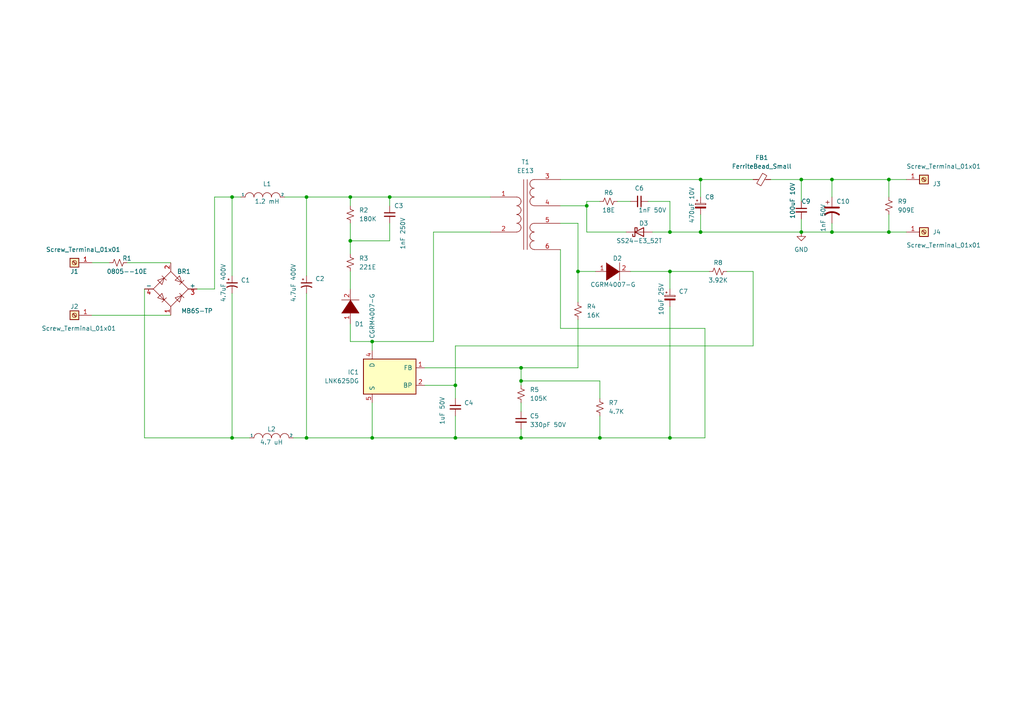
<source format=kicad_sch>
(kicad_sch (version 20211123) (generator eeschema)
  (paper "A4")
  (lib_symbols
    (symbol "Connector:Screw_Terminal_01x01" (pin_names (offset 1.016) hide)
      (property "Reference" "J" (at 0 2.54 0))
      (property "Value" "Screw_Terminal_01x01" (at 0 -2.54 0))
      (symbol "Screw_Terminal_01x01_1_1"
        (rectangle (start -1.27 1.27) (end 1.27 -1.27) (stroke (width 0.254)) (fill (type background)))
        (polyline (pts (xy -0.5334 0.3302) (xy 0.3302 -0.508)) (stroke (width 0.1524)))
        (polyline (pts (xy -0.3556 0.508) (xy 0.508 -0.3302)) (stroke (width 0.1524)))
        (circle (center 0 0) (radius 0.635) (stroke (width 0.1524)))
        (pin passive line (at -5.08 0 0) (length 3.81) (name "Pin_1") (number "1"))
      )
    )
    (symbol "Device:C_Polarized_Small" (pin_numbers hide) (pin_names (offset 0.254) hide)
      (property "Reference" "C" (at 0.254 1.778 0))
      (property "Value" "C_Polarized_Small" (at 0.254 -2.032 0))
      (symbol "C_Polarized_Small_0_1"
        (rectangle (start -1.524 -0.3048) (end 1.524 -0.6858) (fill (type outline)))
        (rectangle (start -1.524 0.6858) (end 1.524 0.3048))
        (polyline (pts (xy -1.27 1.524) (xy -0.762 1.524)))
        (polyline (pts (xy -1.016 1.27) (xy -1.016 1.778)))
      )
      (symbol "C_Polarized_Small_1_1"
        (pin passive line (at 0 2.54 270) (length 1.8542) (name "~") (number "1"))
        (pin passive line (at 0 -2.54 90) (length 1.8542) (name "~") (number "2"))
      )
    )
    (symbol "Device:C_Polarized_Small_US" (pin_numbers hide) (pin_names (offset 0.254) hide)
      (property "Reference" "C" (at 0.254 1.778 0))
      (property "Value" "C_Polarized_Small_US" (at 0.254 -2.032 0))
      (symbol "C_Polarized_Small_US_0_1"
        (polyline (pts (xy -1.524 0.508) (xy 1.524 0.508)) (stroke (width 0.3048)))
        (polyline (pts (xy -1.27 1.524) (xy -0.762 1.524)))
        (polyline (pts (xy -1.016 1.27) (xy -1.016 1.778)))
        (arc (start 1.524 -0.762) (mid 0 -0.3734) (end -1.524 -0.762) (stroke (width 0.3048)))
      )
      (symbol "C_Polarized_Small_US_1_1"
        (pin passive line (at 0 2.54 270) (length 2.032) (name "~") (number "1"))
        (pin passive line (at 0 -2.54 90) (length 2.032) (name "~") (number "2"))
      )
    )
    (symbol "Device:C_Polarized_US" (pin_numbers hide) (pin_names (offset 0.254) hide)
      (property "Reference" "C" (at 0.635 2.54 0))
      (property "Value" "C_Polarized_US" (at 0.635 -2.54 0))
      (symbol "C_Polarized_US_0_1"
        (polyline (pts (xy -2.032 0.762) (xy 2.032 0.762)) (stroke (width 0.508)))
        (polyline (pts (xy -1.778 2.286) (xy -0.762 2.286)))
        (polyline (pts (xy -1.27 1.778) (xy -1.27 2.794)))
        (arc (start 2.032 -1.27) (mid 0 -0.5572) (end -2.032 -1.27) (stroke (width 0.508)))
      )
      (symbol "C_Polarized_US_1_1"
        (pin passive line (at 0 3.81 270) (length 2.794) (name "~") (number "1"))
        (pin passive line (at 0 -3.81 90) (length 3.302) (name "~") (number "2"))
      )
    )
    (symbol "Device:C_Small" (pin_numbers hide) (pin_names (offset 0.254) hide)
      (property "Reference" "C" (at 0.254 1.778 0))
      (property "Value" "C_Small" (at 0.254 -2.032 0))
      (symbol "C_Small_0_1"
        (polyline (pts (xy -1.524 -0.508) (xy 1.524 -0.508)) (stroke (width 0.3302)))
        (polyline (pts (xy -1.524 0.508) (xy 1.524 0.508)) (stroke (width 0.3048)))
      )
      (symbol "C_Small_1_1"
        (pin passive line (at 0 2.54 270) (length 2.032) (name "~") (number "1"))
        (pin passive line (at 0 -2.54 90) (length 2.032) (name "~") (number "2"))
      )
    )
    (symbol "Device:D_Schottky" (pin_numbers hide) (pin_names (offset 1.016) hide)
      (property "Reference" "D" (at 0 2.54 0))
      (property "Value" "D_Schottky" (at 0 -2.54 0))
      (symbol "D_Schottky_0_1"
        (polyline (pts (xy 1.27 0) (xy -1.27 0)))
        (polyline (pts (xy 1.27 1.27) (xy 1.27 -1.27) (xy -1.27 0) (xy 1.27 1.27)) (stroke (width 0.254)))
        (polyline (pts (xy -1.905 0.635) (xy -1.905 1.27) (xy -1.27 1.27) (xy -1.27 -1.27) (xy -0.635 -1.27) (xy -0.635 -0.635)) (stroke (width 0.254)))
      )
      (symbol "D_Schottky_1_1"
        (pin passive line (at -3.81 0 0) (length 2.54) (name "K") (number "1"))
        (pin passive line (at 3.81 0 180) (length 2.54) (name "A") (number "2"))
      )
    )
    (symbol "Device:FerriteBead_Small" (pin_numbers hide) (pin_names (offset 0))
      (property "Reference" "FB" (at 1.905 1.27 0))
      (property "Value" "FerriteBead_Small" (at 1.905 -1.27 0))
      (symbol "FerriteBead_Small_0_1"
        (polyline (pts (xy 0 -1.27) (xy 0 -0.7874)))
        (polyline (pts (xy 0 0.889) (xy 0 1.2954)))
        (polyline (pts (xy -1.8288 0.2794) (xy -1.1176 1.4986) (xy 1.8288 -0.2032) (xy 1.1176 -1.4224) (xy -1.8288 0.2794)))
      )
      (symbol "FerriteBead_Small_1_1"
        (pin passive line (at 0 2.54 270) (length 1.27) (name "~") (number "1"))
        (pin passive line (at 0 -2.54 90) (length 1.27) (name "~") (number "2"))
      )
    )
    (symbol "Device:R_Small_US" (pin_numbers hide) (pin_names (offset 0.254) hide)
      (property "Reference" "R" (at 0.762 0.508 0))
      (property "Value" "R_Small_US" (at 0.762 -1.016 0))
      (symbol "R_Small_US_1_1"
        (polyline (pts (xy 0 0) (xy 1.016 -0.381) (xy 0 -0.762) (xy -1.016 -1.143) (xy 0 -1.524)))
        (polyline (pts (xy 0 1.524) (xy 1.016 1.143) (xy 0 0.762) (xy -1.016 0.381) (xy 0 0)))
        (pin passive line (at 0 2.54 270) (length 1.016) (name "~") (number "1"))
        (pin passive line (at 0 -2.54 90) (length 1.016) (name "~") (number "2"))
      )
    )
    (symbol "Device:Transformer_1P_2S" (pin_names (offset 1.016) hide)
      (property "Reference" "T" (at 0 12.7 0))
      (property "Value" "Transformer_1P_2S" (at 0 -12.7 0))
      (symbol "Transformer_1P_2S_0_1"
        (arc (start -2.54 -5.0546) (mid -1.6599 -4.6901) (end -1.27 -3.81))
        (arc (start -2.54 -2.5146) (mid -1.6599 -2.1501) (end -1.27 -1.27))
        (arc (start -2.54 0.0254) (mid -1.6599 0.3899) (end -1.27 1.27))
        (arc (start -2.54 2.5654) (mid -1.6599 2.9299) (end -1.27 3.81))
        (arc (start -1.27 -3.81) (mid -1.642 -2.912) (end -2.54 -2.54))
        (arc (start -1.27 -1.27) (mid -1.642 -0.372) (end -2.54 0))
        (arc (start -1.27 1.27) (mid -1.642 2.168) (end -2.54 2.54))
        (arc (start -1.27 3.81) (mid -1.642 4.708) (end -2.54 5.08))
        (polyline (pts (xy -0.508 -10.16) (xy -0.508 10.16)))
        (polyline (pts (xy 0.508 10.16) (xy 0.508 -10.16)))
        (arc (start 1.2954 -8.89) (mid 1.6599 -9.7701) (end 2.54 -10.1346))
        (arc (start 1.2954 -6.35) (mid 1.6599 -7.2301) (end 2.54 -7.5946))
        (arc (start 1.2954 -3.81) (mid 1.6599 -4.6901) (end 2.54 -5.0546))
        (arc (start 1.2954 3.81) (mid 1.6599 2.9299) (end 2.54 2.5654))
        (arc (start 1.2954 6.35) (mid 1.6599 5.4699) (end 2.54 5.1054))
        (arc (start 1.2954 8.89) (mid 1.6599 8.0099) (end 2.54 7.6454))
        (arc (start 2.54 -7.62) (mid 1.642 -7.992) (end 1.2954 -8.89))
        (arc (start 2.54 -5.08) (mid 1.642 -5.452) (end 1.2954 -6.35))
        (arc (start 2.54 -2.54) (mid 1.642 -2.912) (end 1.2954 -3.81))
        (arc (start 2.54 5.08) (mid 1.642 4.708) (end 1.2954 3.81))
        (arc (start 2.54 7.62) (mid 1.642 7.248) (end 1.2954 6.35))
        (arc (start 2.54 10.16) (mid 1.642 9.788) (end 1.2954 8.89))
      )
      (symbol "Transformer_1P_2S_1_1"
        (pin passive line (at -10.16 5.08 0) (length 7.62) (name "AA") (number "1"))
        (pin passive line (at -10.16 -5.08 0) (length 7.62) (name "AB") (number "2"))
        (pin passive line (at 10.16 10.16 180) (length 7.62) (name "SA") (number "3"))
        (pin passive line (at 10.16 2.54 180) (length 7.62) (name "SB") (number "4"))
        (pin passive line (at 10.16 -2.54 180) (length 7.62) (name "SC") (number "5"))
        (pin passive line (at 10.16 -10.16 180) (length 7.62) (name "SD") (number "6"))
      )
    )
    (symbol "Diode_Bridge:MB6S" (pin_names (offset 0))
      (property "Reference" "D" (at 2.54 6.985 0))
      (property "Value" "MB6S" (at 2.54 5.08 0))
      (symbol "MB6S_0_1"
        (polyline (pts (xy -2.54 3.81) (xy -1.27 2.54)))
        (polyline (pts (xy -1.27 -2.54) (xy -2.54 -3.81)))
        (polyline (pts (xy 2.54 -1.27) (xy 3.81 -2.54)))
        (polyline (pts (xy 2.54 1.27) (xy 3.81 2.54)))
        (polyline (pts (xy -3.81 2.54) (xy -2.54 1.27) (xy -1.905 3.175) (xy -3.81 2.54)))
        (polyline (pts (xy -2.54 -1.27) (xy -3.81 -2.54) (xy -1.905 -3.175) (xy -2.54 -1.27)))
        (polyline (pts (xy 1.27 2.54) (xy 2.54 3.81) (xy 3.175 1.905) (xy 1.27 2.54)))
        (polyline (pts (xy 3.175 -1.905) (xy 1.27 -2.54) (xy 2.54 -3.81) (xy 3.175 -1.905)))
        (polyline (pts (xy -5.08 0) (xy 0 -5.08) (xy 5.08 0) (xy 0 5.08) (xy -5.08 0)))
      )
      (symbol "MB6S_1_1"
        (pin passive line (at 0 -7.62 90) (length 2.54) (name "~") (number "1"))
        (pin passive line (at 0 7.62 270) (length 2.54) (name "~") (number "2"))
        (pin passive line (at 7.62 0 180) (length 2.54) (name "+") (number "3"))
        (pin passive line (at -7.62 0 0) (length 2.54) (name "-") (number "4"))
      )
    )
    (symbol "Regulator_Switching:LNK625DG" (pin_names (offset 1.016))
      (property "Reference" "U" (at 0 8.89 0))
      (property "Value" "LNK625DG" (at 0 6.35 0))
      (symbol "LNK625DG_0_1"
        (rectangle (start -7.62 5.08) (end 7.62 -5.08) (stroke (width 0.254)) (fill (type background)))
      )
      (symbol "LNK625DG_1_1"
        (pin input line (at 10.16 2.54 180) (length 2.54) (name "FB") (number "1"))
        (pin input line (at 10.16 -2.54 180) (length 2.54) (name "BP") (number "2"))
        (pin open_collector line (at -5.08 7.62 270) (length 2.54) (name "D") (number "4"))
        (pin power_in line (at -5.08 -7.62 90) (length 2.54) (name "S") (number "5"))
        (pin passive line (at -5.08 -7.62 90) (length 2.54) hide (name "S") (number "6"))
        (pin passive line (at -5.08 -7.62 90) (length 2.54) hide (name "S") (number "7"))
        (pin passive line (at -5.08 -7.62 90) (length 2.54) hide (name "S") (number "8"))
      )
    )
    (symbol "power:GND" (power) (pin_names (offset 0))
      (property "Value" "GND" (at 0 -3.81 0))
      (symbol "GND_0_1"
        (polyline (pts (xy 0 0) (xy 0 -1.27) (xy 1.27 -1.27) (xy 0 -2.54) (xy -1.27 -1.27) (xy 0 -1.27)))
      )
      (symbol "GND_1_1"
        (pin power_in line (at 0 0 270) (length 0) hide (name "GND") (number "1"))
      )
    )
    (symbol "pspice:DIODE" (pin_names (offset 1.016) hide)
      (property "Reference" "D" (at 0 3.81 0))
      (property "Value" "DIODE" (at 0 -4.445 0))
      (symbol "DIODE_0_1"
        (polyline (pts (xy 1.905 2.54) (xy 1.905 -2.54)))
        (polyline (pts (xy -1.905 2.54) (xy -1.905 -2.54) (xy 1.905 0)) (fill (type outline)))
      )
      (symbol "DIODE_1_1"
        (pin input line (at -5.08 0 0) (length 3.81) (name "K") (number "1"))
        (pin input line (at 5.08 0 180) (length 3.81) (name "A") (number "2"))
      )
    )
    (symbol "pspice:INDUCTOR" (pin_numbers hide) (pin_names (offset 0))
      (property "Reference" "L" (at 0 2.54 0))
      (property "Value" "INDUCTOR" (at 0 -1.27 0))
      (symbol "INDUCTOR_0_1"
        (arc (start -2.54 0) (mid -3.81 1.27) (end -5.08 0))
        (arc (start 0 0) (mid -1.27 1.27) (end -2.54 0))
        (arc (start 2.54 0) (mid 1.27 1.27) (end 0 0))
        (arc (start 5.08 0) (mid 3.81 1.27) (end 2.54 0))
      )
      (symbol "INDUCTOR_1_1"
        (pin input line (at -6.35 0 0) (length 1.27) (name "1") (number "1"))
        (pin input line (at 6.35 0 180) (length 1.27) (name "2") (number "2"))
      )
    )
  )
  (junction (at 170.18 59.69))
  (junction (at 88.9 57.15))
  (junction (at 88.9 127))
  (junction (at 101.6 69.85))
  (junction (at 132.08 127))
  (junction (at 151.13 106.68))
  (junction (at 232.41 67.31))
  (junction (at 101.6 57.15))
  (junction (at 194.31 78.74))
  (junction (at 67.31 127))
  (junction (at 257.81 67.31))
  (junction (at 173.99 127))
  (junction (at 194.31 67.31))
  (junction (at 167.64 78.74))
  (junction (at 151.13 110.49))
  (junction (at 107.95 99.06))
  (junction (at 241.3 67.31))
  (junction (at 257.81 52.07))
  (junction (at 107.95 127))
  (junction (at 194.31 127))
  (junction (at 203.2 52.07))
  (junction (at 241.3 52.07))
  (junction (at 67.31 57.15))
  (junction (at 113.03 57.15))
  (junction (at 232.41 52.07))
  (junction (at 151.13 127))
  (junction (at 203.2 67.31))
  (junction (at 132.08 111.76))
  (wire (pts (xy 203.2 52.07) (xy 203.2 57.15)))
  (wire (pts (xy 194.31 58.42) (xy 194.31 67.31)))
  (wire (pts (xy 173.99 110.49) (xy 173.99 115.57)))
  (wire (pts (xy 203.2 62.23) (xy 203.2 67.31)))
  (wire (pts (xy 241.3 52.07) (xy 257.81 52.07)))
  (wire (pts (xy 232.41 67.31) (xy 203.2 67.31)))
  (wire (pts (xy 167.64 64.77) (xy 167.64 78.74)))
  (wire (pts (xy 88.9 57.15) (xy 88.9 80.01)))
  (wire (pts (xy 167.64 78.74) (xy 172.72 78.74)))
  (wire (pts (xy 257.81 52.07) (xy 257.81 57.15)))
  (wire (pts (xy 151.13 124.46) (xy 151.13 127)))
  (wire (pts (xy 57.15 83.82) (xy 62.23 83.82)))
  (wire (pts (xy 26.67 91.44) (xy 49.53 91.44)))
  (wire (pts (xy 194.31 78.74) (xy 205.74 78.74)))
  (wire (pts (xy 88.9 57.15) (xy 101.6 57.15)))
  (wire (pts (xy 41.91 127) (xy 67.31 127)))
  (wire (pts (xy 101.6 93.98) (xy 101.6 99.06)))
  (wire (pts (xy 162.56 52.07) (xy 203.2 52.07)))
  (wire (pts (xy 167.64 106.68) (xy 151.13 106.68)))
  (wire (pts (xy 41.91 83.82) (xy 41.91 127)))
  (wire (pts (xy 179.07 58.42) (xy 182.88 58.42)))
  (wire (pts (xy 187.96 58.42) (xy 194.31 58.42)))
  (wire (pts (xy 125.73 67.31) (xy 142.24 67.31)))
  (wire (pts (xy 162.56 72.39) (xy 162.56 95.25)))
  (wire (pts (xy 67.31 57.15) (xy 69.85 57.15)))
  (wire (pts (xy 257.81 62.23) (xy 257.81 67.31)))
  (wire (pts (xy 132.08 127) (xy 151.13 127)))
  (wire (pts (xy 151.13 116.84) (xy 151.13 119.38)))
  (wire (pts (xy 67.31 85.09) (xy 67.31 127)))
  (wire (pts (xy 218.44 78.74) (xy 218.44 100.33)))
  (wire (pts (xy 132.08 127) (xy 132.08 120.65)))
  (wire (pts (xy 26.67 76.2) (xy 31.75 76.2)))
  (wire (pts (xy 67.31 57.15) (xy 67.31 80.01)))
  (wire (pts (xy 203.2 52.07) (xy 218.44 52.07)))
  (wire (pts (xy 194.31 127) (xy 204.47 127)))
  (wire (pts (xy 210.82 78.74) (xy 218.44 78.74)))
  (wire (pts (xy 125.73 99.06) (xy 125.73 67.31)))
  (wire (pts (xy 107.95 99.06) (xy 125.73 99.06)))
  (wire (pts (xy 162.56 95.25) (xy 204.47 95.25)))
  (wire (pts (xy 88.9 85.09) (xy 88.9 127)))
  (wire (pts (xy 82.55 57.15) (xy 88.9 57.15)))
  (wire (pts (xy 132.08 100.33) (xy 132.08 111.76)))
  (wire (pts (xy 107.95 99.06) (xy 107.95 101.6)))
  (wire (pts (xy 162.56 59.69) (xy 170.18 59.69)))
  (wire (pts (xy 232.41 63.5) (xy 232.41 67.31)))
  (wire (pts (xy 167.64 78.74) (xy 167.64 87.63)))
  (wire (pts (xy 88.9 127) (xy 107.95 127)))
  (wire (pts (xy 62.23 83.82) (xy 62.23 57.15)))
  (wire (pts (xy 173.99 120.65) (xy 173.99 127)))
  (wire (pts (xy 170.18 58.42) (xy 170.18 59.69)))
  (wire (pts (xy 232.41 52.07) (xy 232.41 58.42)))
  (wire (pts (xy 167.64 92.71) (xy 167.64 106.68)))
  (wire (pts (xy 101.6 69.85) (xy 101.6 73.66)))
  (wire (pts (xy 204.47 95.25) (xy 204.47 127)))
  (wire (pts (xy 36.83 76.2) (xy 49.53 76.2)))
  (wire (pts (xy 113.03 69.85) (xy 101.6 69.85)))
  (wire (pts (xy 241.3 67.31) (xy 257.81 67.31)))
  (wire (pts (xy 101.6 64.77) (xy 101.6 69.85)))
  (wire (pts (xy 151.13 110.49) (xy 151.13 111.76)))
  (wire (pts (xy 151.13 106.68) (xy 123.19 106.68)))
  (wire (pts (xy 170.18 58.42) (xy 173.99 58.42)))
  (wire (pts (xy 241.3 67.31) (xy 232.41 67.31)))
  (wire (pts (xy 101.6 57.15) (xy 101.6 59.69)))
  (wire (pts (xy 151.13 127) (xy 173.99 127)))
  (wire (pts (xy 223.52 52.07) (xy 232.41 52.07)))
  (wire (pts (xy 101.6 99.06) (xy 107.95 99.06)))
  (wire (pts (xy 101.6 57.15) (xy 113.03 57.15)))
  (wire (pts (xy 194.31 88.9) (xy 194.31 127)))
  (wire (pts (xy 203.2 67.31) (xy 194.31 67.31)))
  (wire (pts (xy 132.08 111.76) (xy 132.08 115.57)))
  (wire (pts (xy 123.19 111.76) (xy 132.08 111.76)))
  (wire (pts (xy 194.31 78.74) (xy 194.31 83.82)))
  (wire (pts (xy 113.03 64.77) (xy 113.03 69.85)))
  (wire (pts (xy 107.95 116.84) (xy 107.95 127)))
  (wire (pts (xy 257.81 52.07) (xy 262.89 52.07)))
  (wire (pts (xy 101.6 78.74) (xy 101.6 83.82)))
  (wire (pts (xy 194.31 67.31) (xy 189.23 67.31)))
  (wire (pts (xy 62.23 57.15) (xy 67.31 57.15)))
  (wire (pts (xy 182.88 78.74) (xy 194.31 78.74)))
  (wire (pts (xy 218.44 100.33) (xy 132.08 100.33)))
  (wire (pts (xy 85.09 127) (xy 88.9 127)))
  (wire (pts (xy 181.61 67.31) (xy 170.18 67.31)))
  (wire (pts (xy 241.3 52.07) (xy 241.3 57.15)))
  (wire (pts (xy 67.31 127) (xy 72.39 127)))
  (wire (pts (xy 107.95 127) (xy 132.08 127)))
  (wire (pts (xy 113.03 57.15) (xy 113.03 59.69)))
  (wire (pts (xy 170.18 59.69) (xy 170.18 67.31)))
  (wire (pts (xy 241.3 64.77) (xy 241.3 67.31)))
  (wire (pts (xy 113.03 57.15) (xy 142.24 57.15)))
  (wire (pts (xy 151.13 106.68) (xy 151.13 110.49)))
  (wire (pts (xy 173.99 127) (xy 194.31 127)))
  (wire (pts (xy 162.56 64.77) (xy 167.64 64.77)))
  (wire (pts (xy 232.41 52.07) (xy 241.3 52.07)))
  (wire (pts (xy 257.81 67.31) (xy 262.89 67.31)))
  (wire (pts (xy 151.13 110.49) (xy 173.99 110.49)))
  (symbol (lib_id "Device:R_Small_US") (at 173.99 118.11 0) (unit 1)
    (property "Reference" "R7" (at 176.53 116.8399 0) (effects (justify left)))
    (property "Value" "4.7K" (at 176.53 119.3799 0) (effects (justify left)))
    (property "Footprint" "Resistor_SMD:R_0815_2038Metric" (effects hide))
  )
  (symbol (lib_id "Connector:Screw_Terminal_01x01") (at 267.97 52.07 0) (unit 1)
    (property "Reference" "J3" (at 270.51 53.34 0) (effects (justify left)))
    (property "Value" "Screw_Terminal_01x01" (at 262.89 48.26 0) (effects (justify left)))
    (property "Footprint" "TerminalBlock_MetzConnect:TerminalBlock_MetzConnect_360272_1x01_Horizontal_ScrewM2.6" (effects hide))
  )
  (symbol (lib_id "Device:R_Small_US") (at 34.29 76.2 90) (unit 1)
    (property "Reference" "R1" (at 36.83 74.93 90))
    (property "Value" "0805--10E" (at 36.83 78.74 90))
    (property "Footprint" "Resistor_SMD:R_0805_2012Metric_Pad1.20x1.40mm_HandSolder" (effects hide))
  )
  (symbol (lib_id "Device:C_Small") (at 151.13 121.92 0) (unit 1)
    (property "Reference" "C5" (at 153.67 120.6562 0) (effects (justify left)))
    (property "Value" "330pF 50V" (at 153.67 123.1962 0) (effects (justify left)))
    (property "Footprint" "Capacitor_THT:C_Radial_D8.0mm_H7.0mm_P3.50mm" (effects hide))
  )
  (symbol (lib_id "Connector:Screw_Terminal_01x01") (at 267.97 67.31 0) (unit 1)
    (property "Reference" "J4" (at 270.51 67.31 0) (effects (justify left)))
    (property "Value" "Screw_Terminal_01x01" (at 262.89 71.12 0) (effects (justify left)))
    (property "Footprint" "TerminalBlock_MetzConnect:TerminalBlock_MetzConnect_360272_1x01_Horizontal_ScrewM2.6" (effects hide))
  )
  (symbol (lib_id "pspice:DIODE") (at 177.8 78.74 0) (unit 1)
    (property "Reference" "D2" (at 179.07 74.93 0))
    (property "Value" "CGRM4007-G" (at 177.8 82.55 0))
    (property "Footprint" "Diode_SMD:D_MiniMELF" (effects hide))
  )
  (symbol (lib_id "Device:C_Small") (at 232.41 60.96 0) (unit 1)
    (property "Reference" "C9" (at 232.41 58.42 0) (effects (justify left)))
    (property "Value" "100uF 10V" (at 229.87 63.5 90) (effects (justify left)))
    (property "Footprint" "Capacitor_THT:C_Radial_D8.0mm_H7.0mm_P3.50mm" (effects hide))
  )
  (symbol (lib_id "Regulator_Switching:LNK625DG") (at 113.03 109.22 0) (unit 1)
    (property "Reference" "IC1" (at 104.14 107.9499 0) (effects (justify right)))
    (property "Value" "LNK625DG" (at 104.14 110.4899 0) (effects (justify right)))
    (property "Footprint" "Package_SO:PowerIntegrations_SO-8C" (effects hide))
    (property "Datasheet" "http://www.powerint.com/sites/default/files/product-docs/linkcv_family_datasheet.pdf" (effects hide))
  )
  (symbol (lib_id "Device:Transformer_1P_2S") (at 152.4 62.23 0) (unit 1)
    (property "Reference" "T1" (at 152.4 46.99 0))
    (property "Value" "EE13" (at 152.4 49.53 0))
    (property "Footprint" "Transformer_THT:Transformer_Wuerth_750343373" (effects hide))
  )
  (symbol (lib_id "Device:R_Small_US") (at 101.6 62.23 0) (unit 1)
    (property "Reference" "R2" (at 104.14 60.9599 0) (effects (justify left)))
    (property "Value" "180K" (at 104.14 63.4999 0) (effects (justify left)))
    (property "Footprint" "Resistor_SMD:R_0805_2012Metric" (effects hide))
  )
  (symbol (lib_id "Connector:Screw_Terminal_01x01") (at 21.59 76.2 180) (unit 1)
    (property "Reference" "J1" (at 21.59 78.74 0))
    (property "Value" "Screw_Terminal_01x01" (at 24.13 72.39 0))
    (property "Footprint" "TerminalBlock_MetzConnect:TerminalBlock_MetzConnect_360272_1x01_Horizontal_ScrewM2.6" (effects hide))
  )
  (symbol (lib_id "Device:C_Small") (at 113.03 62.23 0) (unit 1)
    (property "Reference" "C3" (at 114.3 59.69 0) (effects (justify left)))
    (property "Value" "1nF 250V" (at 116.84 72.39 90) (effects (justify left)))
    (property "Footprint" "Capacitor_THT:C_Radial_D8.0mm_H7.0mm_P3.50mm" (effects hide))
  )
  (symbol (lib_id "power:GND") (at 232.41 67.31 0) (unit 1)
    (property "Reference" "#PWR0101" (effects hide))
    (property "Value" "GND" (at 232.41 72.39 0))
  )
  (symbol (lib_id "Device:R_Small_US") (at 101.6 76.2 0) (unit 1)
    (property "Reference" "R3" (at 104.14 74.9299 0) (effects (justify left)))
    (property "Value" "221E" (at 104.14 77.4699 0) (effects (justify left)))
    (property "Footprint" "Resistor_SMD:R_0805_2012Metric" (effects hide))
  )
  (symbol (lib_id "Device:C_Polarized_US") (at 241.3 60.96 0) (unit 1)
    (property "Reference" "C10" (at 242.57 58.42 0) (effects (justify left)))
    (property "Value" "1nF 50V" (at 238.76 67.31 90) (effects (justify left)))
    (property "Footprint" "Capacitor_THT:CP_Radial_D8.0mm_P3.80mm" (effects hide))
  )
  (symbol (lib_id "Device:C_Polarized_Small_US") (at 67.31 82.55 0) (unit 1)
    (property "Reference" "C1" (at 69.85 81.28 0) (effects (justify left)))
    (property "Value" "4.7uF 400V" (at 64.77 87.63 90) (effects (justify left)))
    (property "Footprint" "Capacitor_THT:CP_Radial_D8.0mm_P3.80mm" (effects hide))
  )
  (symbol (lib_id "Device:FerriteBead_Small") (at 220.98 52.07 90) (unit 1)
    (property "Reference" "FB1" (at 220.9419 45.72 90))
    (property "Value" "FerriteBead_Small" (at 220.9419 48.26 90))
    (property "Footprint" "Inductor_SMD:L_0603_1608Metric" (effects hide))
  )
  (symbol (lib_id "Device:C_Polarized_Small") (at 194.31 86.36 0) (unit 1)
    (property "Reference" "C7" (at 196.85 84.5438 0) (effects (justify left)))
    (property "Value" "10uF 25V" (at 191.77 91.44 90) (effects (justify left)))
    (property "Footprint" "Capacitor_THT:CP_Radial_D8.0mm_P3.50mm" (effects hide))
  )
  (symbol (lib_id "Device:C_Small") (at 185.42 58.42 270) (unit 1)
    (property "Reference" "C6" (at 185.42 54.61 90))
    (property "Value" "1nF 50V" (at 189.23 60.96 90))
    (property "Footprint" "Capacitor_THT:C_Radial_D8.0mm_H7.0mm_P3.50mm" (effects hide))
  )
  (symbol (lib_id "Device:C_Polarized_Small_US") (at 88.9 82.55 0) (unit 1)
    (property "Reference" "C2" (at 91.44 80.8481 0) (effects (justify left)))
    (property "Value" "4.7uF 400V" (at 85.09 87.63 90) (effects (justify left)))
    (property "Footprint" "Capacitor_THT:CP_Radial_D8.0mm_P3.50mm" (effects hide))
  )
  (symbol (lib_id "pspice:INDUCTOR") (at 76.2 57.15 0) (unit 1)
    (property "Reference" "L1" (at 77.47 53.34 0))
    (property "Value" "1.2 mH" (at 77.47 58.42 0))
    (property "Footprint" "Inductor_THT:L_Radial_D8.7mm_P5.00mm_Fastron_07HCP" (effects hide))
  )
  (symbol (lib_id "Diode_Bridge:MB6S") (at 49.53 83.82 0) (unit 1)
    (property "Reference" "BR1" (at 53.34 78.74 0))
    (property "Value" "MB6S-TP" (at 57.15 90.17 0))
    (property "Footprint" "Package_TO_SOT_SMD:TO-269AA" (effects hide))
    (property "Datasheet" "http://www.vishay.com/docs/88573/dfs.pdf" (effects hide))
  )
  (symbol (lib_id "Device:C_Small") (at 132.08 118.11 0) (unit 1)
    (property "Reference" "C4" (at 134.62 116.8462 0) (effects (justify left)))
    (property "Value" "1uF 50V" (at 128.27 123.19 90) (effects (justify left)))
    (property "Footprint" "Capacitor_THT:C_Radial_D8.0mm_H7.0mm_P3.50mm" (effects hide))
  )
  (symbol (lib_id "Device:R_Small_US") (at 167.64 90.17 0) (unit 1)
    (property "Reference" "R4" (at 170.18 88.8999 0) (effects (justify left)))
    (property "Value" "16K" (at 170.18 91.4399 0) (effects (justify left)))
    (property "Footprint" "Resistor_SMD:R_0815_2038Metric" (effects hide))
  )
  (symbol (lib_id "Device:D_Schottky") (at 185.42 67.31 0) (mirror x) (unit 1)
    (property "Reference" "D3" (at 186.69 64.77 0))
    (property "Value" "SS24-E3_52T" (at 185.42 69.85 0))
    (property "Footprint" "Diode_SMD:D_MiniMELF" (effects hide))
  )
  (symbol (lib_id "Device:R_Small_US") (at 176.53 58.42 90) (unit 1)
    (property "Reference" "R6" (at 176.53 55.88 90))
    (property "Value" "18E" (at 176.53 60.96 90))
    (property "Footprint" "Resistor_SMD:R_0815_2038Metric" (effects hide))
  )
  (symbol (lib_id "pspice:DIODE") (at 101.6 88.9 90) (unit 1)
    (property "Reference" "D1" (at 102.87 93.98 90) (effects (justify right)))
    (property "Value" "CGRM4007-G" (at 107.95 85.09 0) (effects (justify right)))
    (property "Footprint" "Diode_SMD:D_MiniMELF" (effects hide))
  )
  (symbol (lib_id "Connector:Screw_Terminal_01x01") (at 21.59 91.44 180) (unit 1)
    (property "Reference" "J2" (at 21.59 88.9 0))
    (property "Value" "Screw_Terminal_01x01" (at 22.86 95.25 0))
    (property "Footprint" "TerminalBlock_MetzConnect:TerminalBlock_MetzConnect_360272_1x01_Horizontal_ScrewM2.6" (effects hide))
  )
  (symbol (lib_id "Device:R_Small_US") (at 151.13 114.3 0) (unit 1)
    (property "Reference" "R5" (at 153.67 113.0299 0) (effects (justify left)))
    (property "Value" "105K" (at 153.67 115.5699 0) (effects (justify left)))
    (property "Footprint" "Resistor_SMD:R_0815_2038Metric" (effects hide))
  )
  (symbol (lib_id "Device:R_Small_US") (at 208.28 78.74 90) (unit 1)
    (property "Reference" "R8" (at 208.28 76.2 90))
    (property "Value" "3.92K" (at 208.28 81.28 90))
    (property "Footprint" "Resistor_SMD:R_0815_2038Metric" (effects hide))
  )
  (symbol (lib_id "pspice:INDUCTOR") (at 78.74 127 0) (unit 1)
    (property "Reference" "L2" (at 78.74 124.46 0))
    (property "Value" "4.7 uH" (at 78.74 128.27 0))
    (property "Footprint" "Inductor_SMD:L_0805_2012Metric" (effects hide))
  )
  (symbol (lib_id "Device:C_Polarized_Small") (at 203.2 59.69 0) (unit 1)
    (property "Reference" "C8" (at 204.47 57.15 0) (effects (justify left)))
    (property "Value" "470uF 10V" (at 200.66 64.77 90) (effects (justify left)))
    (property "Footprint" "Capacitor_THT:CP_Radial_D8.0mm_P3.50mm" (effects hide))
  )
  (symbol (lib_id "Device:R_Small_US") (at 257.81 59.69 0) (unit 1)
    (property "Reference" "R9" (at 260.35 58.4199 0) (effects (justify left)))
    (property "Value" "909E" (at 260.35 60.9599 0) (effects (justify left)))
    (property "Footprint" "Resistor_SMD:R_0815_2038Metric" (effects hide))
  )
)
</source>
